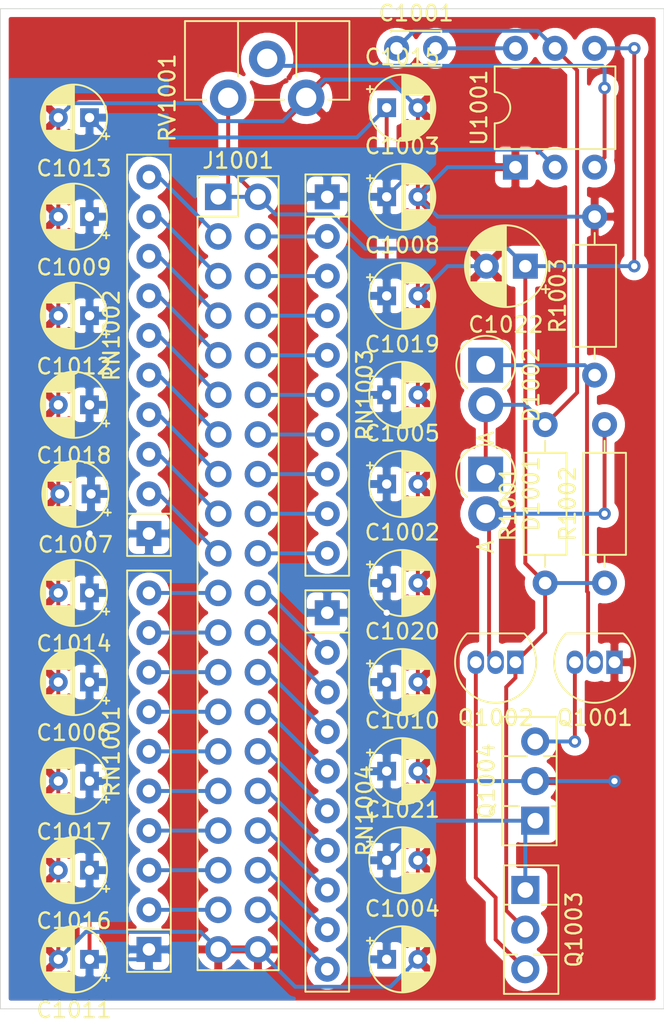
<source format=kicad_pcb>
(kicad_pcb (version 20171130) (host pcbnew "(5.1.10)-1")
  (layers (0 F.Cu signal) (31 B.Cu signal) (34 B.Paste user) (35 F.Paste user) (36 B.SilkS user) (37 F.SilkS user) (38 B.Mask user) (39 F.Mask user) (44 Edge.Cuts user))
  (net 0 "")
  (net 1 "Net-(C1001-Pad1)")
  (net 2 "Net-(C1001-Pad2)")
  (net 3 GND)
  (net 4 "Net-(C1002-Pad1)")
  (net 5 +5P)
  (net 6 "Net-(D1001-Pad2)")
  (net 7 "Net-(D1002-Pad1)")
  (net 8 "Net-(Q1001-Pad3)")
  (net 9 "Net-(Q1002-Pad3)")
  (net 10 "Net-(J1001-Pad21)")
  (net 11 "Net-(J1001-Pad23)")
  (net 12 "Net-(J1001-Pad25)")
  (net 13 "Net-(J1001-Pad27)")
  (net 14 "Net-(J1001-Pad29)")
  (net 15 "Net-(J1001-Pad31)")
  (net 16 "Net-(J1001-Pad33)")
  (net 17 "Net-(J1001-Pad35)")
  (net 18 "Net-(J1001-Pad37)")
  (net 19 "Net-(J1001-Pad19)")
  (net 20 "Net-(J1001-Pad17)")
  (net 21 "Net-(J1001-Pad15)")
  (net 22 "Net-(J1001-Pad13)")
  (net 23 "Net-(J1001-Pad11)")
  (net 24 "Net-(J1001-Pad9)")
  (net 25 "Net-(J1001-Pad7)")
  (net 26 "Net-(J1001-Pad5)")
  (net 27 "Net-(J1001-Pad3)")
  (net 28 "Net-(J1001-Pad4)")
  (net 29 "Net-(J1001-Pad6)")
  (net 30 "Net-(J1001-Pad8)")
  (net 31 "Net-(J1001-Pad10)")
  (net 32 "Net-(J1001-Pad12)")
  (net 33 "Net-(J1001-Pad14)")
  (net 34 "Net-(J1001-Pad16)")
  (net 35 "Net-(J1001-Pad18)")
  (net 36 "Net-(J1001-Pad20)")
  (net 37 "Net-(J1001-Pad38)")
  (net 38 "Net-(J1001-Pad36)")
  (net 39 "Net-(J1001-Pad34)")
  (net 40 "Net-(J1001-Pad32)")
  (net 41 "Net-(J1001-Pad30)")
  (net 42 "Net-(J1001-Pad28)")
  (net 43 "Net-(J1001-Pad26)")
  (net 44 "Net-(J1001-Pad24)")
  (net 45 "Net-(J1001-Pad22)")
  (net 46 "Net-(RV1001-Pad2)")
  (module Connector_PinHeader_2.54mm:PinHeader_2x20_P2.54mm_Vertical (layer F.Cu) (at 85.725 132.715)
    (fp_text reference J1001 (at 1.27 -2.33) (layer F.SilkS))
    (fp_text value Conn_02x20_Odd_Even)
    (pad 40 thru_hole oval (at 2.54 48.26) (size 1.7 1.7) (drill 1) (layers *.Cu *.Mask) (net 3 GND))
    (pad 39 thru_hole oval (at 0 48.26) (size 1.7 1.7) (drill 1) (layers *.Cu *.Mask) (net 3 GND))
    (pad 38 thru_hole oval (at 2.54 45.72) (size 1.7 1.7) (drill 1) (layers *.Cu *.Mask) (net 37 "Net-(J1001-Pad38)"))
    (pad 37 thru_hole oval (at 0 45.72) (size 1.7 1.7) (drill 1) (layers *.Cu *.Mask) (net 18 "Net-(J1001-Pad37)"))
    (pad 36 thru_hole oval (at 2.54 43.18) (size 1.7 1.7) (drill 1) (layers *.Cu *.Mask) (net 38 "Net-(J1001-Pad36)"))
    (pad 35 thru_hole oval (at 0 43.18) (size 1.7 1.7) (drill 1) (layers *.Cu *.Mask) (net 17 "Net-(J1001-Pad35)"))
    (pad 34 thru_hole oval (at 2.54 40.64) (size 1.7 1.7) (drill 1) (layers *.Cu *.Mask) (net 39 "Net-(J1001-Pad34)"))
    (pad 33 thru_hole oval (at 0 40.64) (size 1.7 1.7) (drill 1) (layers *.Cu *.Mask) (net 16 "Net-(J1001-Pad33)"))
    (pad 32 thru_hole oval (at 2.54 38.1) (size 1.7 1.7) (drill 1) (layers *.Cu *.Mask) (net 40 "Net-(J1001-Pad32)"))
    (pad 31 thru_hole oval (at 0 38.1) (size 1.7 1.7) (drill 1) (layers *.Cu *.Mask) (net 15 "Net-(J1001-Pad31)"))
    (pad 30 thru_hole oval (at 2.54 35.56) (size 1.7 1.7) (drill 1) (layers *.Cu *.Mask) (net 41 "Net-(J1001-Pad30)"))
    (pad 29 thru_hole oval (at 0 35.56) (size 1.7 1.7) (drill 1) (layers *.Cu *.Mask) (net 14 "Net-(J1001-Pad29)"))
    (pad 28 thru_hole oval (at 2.54 33.02) (size 1.7 1.7) (drill 1) (layers *.Cu *.Mask) (net 42 "Net-(J1001-Pad28)"))
    (pad 27 thru_hole oval (at 0 33.02) (size 1.7 1.7) (drill 1) (layers *.Cu *.Mask) (net 13 "Net-(J1001-Pad27)"))
    (pad 26 thru_hole oval (at 2.54 30.48) (size 1.7 1.7) (drill 1) (layers *.Cu *.Mask) (net 43 "Net-(J1001-Pad26)"))
    (pad 25 thru_hole oval (at 0 30.48) (size 1.7 1.7) (drill 1) (layers *.Cu *.Mask) (net 12 "Net-(J1001-Pad25)"))
    (pad 24 thru_hole oval (at 2.54 27.94) (size 1.7 1.7) (drill 1) (layers *.Cu *.Mask) (net 44 "Net-(J1001-Pad24)"))
    (pad 23 thru_hole oval (at 0 27.94) (size 1.7 1.7) (drill 1) (layers *.Cu *.Mask) (net 11 "Net-(J1001-Pad23)"))
    (pad 22 thru_hole oval (at 2.54 25.4) (size 1.7 1.7) (drill 1) (layers *.Cu *.Mask) (net 45 "Net-(J1001-Pad22)"))
    (pad 21 thru_hole oval (at 0 25.4) (size 1.7 1.7) (drill 1) (layers *.Cu *.Mask) (net 10 "Net-(J1001-Pad21)"))
    (pad 20 thru_hole oval (at 2.54 22.86) (size 1.7 1.7) (drill 1) (layers *.Cu *.Mask) (net 36 "Net-(J1001-Pad20)"))
    (pad 19 thru_hole oval (at 0 22.86) (size 1.7 1.7) (drill 1) (layers *.Cu *.Mask) (net 19 "Net-(J1001-Pad19)"))
    (pad 18 thru_hole oval (at 2.54 20.32) (size 1.7 1.7) (drill 1) (layers *.Cu *.Mask) (net 35 "Net-(J1001-Pad18)"))
    (pad 17 thru_hole oval (at 0 20.32) (size 1.7 1.7) (drill 1) (layers *.Cu *.Mask) (net 20 "Net-(J1001-Pad17)"))
    (pad 16 thru_hole oval (at 2.54 17.78) (size 1.7 1.7) (drill 1) (layers *.Cu *.Mask) (net 34 "Net-(J1001-Pad16)"))
    (pad 15 thru_hole oval (at 0 17.78) (size 1.7 1.7) (drill 1) (layers *.Cu *.Mask) (net 21 "Net-(J1001-Pad15)"))
    (pad 14 thru_hole oval (at 2.54 15.24) (size 1.7 1.7) (drill 1) (layers *.Cu *.Mask) (net 33 "Net-(J1001-Pad14)"))
    (pad 13 thru_hole oval (at 0 15.24) (size 1.7 1.7) (drill 1) (layers *.Cu *.Mask) (net 22 "Net-(J1001-Pad13)"))
    (pad 12 thru_hole oval (at 2.54 12.7) (size 1.7 1.7) (drill 1) (layers *.Cu *.Mask) (net 32 "Net-(J1001-Pad12)"))
    (pad 11 thru_hole oval (at 0 12.7) (size 1.7 1.7) (drill 1) (layers *.Cu *.Mask) (net 23 "Net-(J1001-Pad11)"))
    (pad 10 thru_hole oval (at 2.54 10.16) (size 1.7 1.7) (drill 1) (layers *.Cu *.Mask) (net 31 "Net-(J1001-Pad10)"))
    (pad 9 thru_hole oval (at 0 10.16) (size 1.7 1.7) (drill 1) (layers *.Cu *.Mask) (net 24 "Net-(J1001-Pad9)"))
    (pad 8 thru_hole oval (at 2.54 7.62) (size 1.7 1.7) (drill 1) (layers *.Cu *.Mask) (net 30 "Net-(J1001-Pad8)"))
    (pad 7 thru_hole oval (at 0 7.62) (size 1.7 1.7) (drill 1) (layers *.Cu *.Mask) (net 25 "Net-(J1001-Pad7)"))
    (pad 6 thru_hole oval (at 2.54 5.08) (size 1.7 1.7) (drill 1) (layers *.Cu *.Mask) (net 29 "Net-(J1001-Pad6)"))
    (pad 5 thru_hole oval (at 0 5.08) (size 1.7 1.7) (drill 1) (layers *.Cu *.Mask) (net 26 "Net-(J1001-Pad5)"))
    (pad 4 thru_hole oval (at 2.54 2.54) (size 1.7 1.7) (drill 1) (layers *.Cu *.Mask) (net 28 "Net-(J1001-Pad4)"))
    (pad 3 thru_hole oval (at 0 2.54) (size 1.7 1.7) (drill 1) (layers *.Cu *.Mask) (net 27 "Net-(J1001-Pad3)"))
    (pad 2 thru_hole oval (at 2.54 0) (size 1.7 1.7) (drill 1) (layers *.Cu *.Mask) (net 5 +5P))
    (pad 1 thru_hole rect (at 0 0) (size 1.7 1.7) (drill 1) (layers *.Cu *.Mask) (net 5 +5P))
  )
  (module Capacitor_THT:C_Disc_D3.0mm_W2.0mm_P2.50mm (layer F.Cu) (at 97.155 123.19)
    (fp_text reference C1001 (at 1.25 -2.25) (layer F.SilkS))
    (fp_text value 10pF)
    (pad 1 thru_hole circle (at 0 0) (size 1.6 1.6) (drill 0.8) (layers *.Cu *.Mask) (net 1 "Net-(C1001-Pad1)"))
    (pad 2 thru_hole circle (at 2.5 0) (size 1.6 1.6) (drill 0.8) (layers *.Cu *.Mask) (net 2 "Net-(C1001-Pad2)"))
  )
  (module Capacitor_THT:CP_Radial_D4.0mm_P2.00mm (layer F.Cu) (at 96.52 157.48)
    (fp_text reference C1002 (at 1 -3.25) (layer F.SilkS))
    (fp_text value 2,2µ/25V)
    (pad 2 thru_hole circle (at 2 0) (size 1.2 1.2) (drill 0.6) (layers *.Cu *.Mask) (net 3 GND))
    (pad 1 thru_hole rect (at 0 0) (size 1.2 1.2) (drill 0.6) (layers *.Cu *.Mask) (net 4 "Net-(C1002-Pad1)"))
  )
  (module Capacitor_THT:CP_Radial_D4.0mm_P2.00mm (layer F.Cu) (at 96.52 132.715)
    (fp_text reference C1003 (at 1 -3.25) (layer F.SilkS))
    (fp_text value 2,2µ/25V)
    (pad 1 thru_hole rect (at 0 0) (size 1.2 1.2) (drill 0.6) (layers *.Cu *.Mask) (net 4 "Net-(C1002-Pad1)"))
    (pad 2 thru_hole circle (at 2 0) (size 1.2 1.2) (drill 0.6) (layers *.Cu *.Mask) (net 3 GND))
  )
  (module Capacitor_THT:CP_Radial_D4.0mm_P2.00mm (layer F.Cu) (at 96.52 181.61)
    (fp_text reference C1004 (at 1 -3.25) (layer F.SilkS))
    (fp_text value 2,2µ/25V)
    (pad 2 thru_hole circle (at 2 0) (size 1.2 1.2) (drill 0.6) (layers *.Cu *.Mask) (net 3 GND))
    (pad 1 thru_hole rect (at 0 0) (size 1.2 1.2) (drill 0.6) (layers *.Cu *.Mask) (net 4 "Net-(C1002-Pad1)"))
  )
  (module Capacitor_THT:CP_Radial_D4.0mm_P2.00mm (layer F.Cu) (at 96.52 151.13)
    (fp_text reference C1005 (at 1 -3.25) (layer F.SilkS))
    (fp_text value 2,2µ/25V)
    (pad 1 thru_hole rect (at 0 0) (size 1.2 1.2) (drill 0.6) (layers *.Cu *.Mask) (net 4 "Net-(C1002-Pad1)"))
    (pad 2 thru_hole circle (at 2 0) (size 1.2 1.2) (drill 0.6) (layers *.Cu *.Mask) (net 3 GND))
  )
  (module Capacitor_THT:CP_Radial_D4.0mm_P2.00mm (layer F.Cu) (at 77.47 163.83 180)
    (fp_text reference C1006 (at 1 -3.25) (layer F.SilkS))
    (fp_text value 2,2µ/25V)
    (pad 2 thru_hole circle (at 2 0 180) (size 1.2 1.2) (drill 0.6) (layers *.Cu *.Mask) (net 3 GND))
    (pad 1 thru_hole rect (at 0 0 180) (size 1.2 1.2) (drill 0.6) (layers *.Cu *.Mask) (net 4 "Net-(C1002-Pad1)"))
  )
  (module Capacitor_THT:CP_Radial_D4.0mm_P2.00mm (layer F.Cu) (at 77.565 151.765 180)
    (fp_text reference C1007 (at 1 -3.25) (layer F.SilkS))
    (fp_text value 2,2µ/25V)
    (pad 1 thru_hole rect (at 0 0 180) (size 1.2 1.2) (drill 0.6) (layers *.Cu *.Mask) (net 4 "Net-(C1002-Pad1)"))
    (pad 2 thru_hole circle (at 2 0 180) (size 1.2 1.2) (drill 0.6) (layers *.Cu *.Mask) (net 3 GND))
  )
  (module Capacitor_THT:CP_Radial_D4.0mm_P2.00mm (layer F.Cu) (at 96.52 139.065)
    (fp_text reference C1008 (at 1 -3.25) (layer F.SilkS))
    (fp_text value 2,2µ/25V)
    (pad 2 thru_hole circle (at 2 0) (size 1.2 1.2) (drill 0.6) (layers *.Cu *.Mask) (net 3 GND))
    (pad 1 thru_hole rect (at 0 0) (size 1.2 1.2) (drill 0.6) (layers *.Cu *.Mask) (net 4 "Net-(C1002-Pad1)"))
  )
  (module Capacitor_THT:CP_Radial_D4.0mm_P2.00mm (layer F.Cu) (at 77.47 133.985 180)
    (fp_text reference C1009 (at 1 -3.25) (layer F.SilkS))
    (fp_text value 2,2µ/25V)
    (pad 1 thru_hole rect (at 0 0 180) (size 1.2 1.2) (drill 0.6) (layers *.Cu *.Mask) (net 4 "Net-(C1002-Pad1)"))
    (pad 2 thru_hole circle (at 2 0 180) (size 1.2 1.2) (drill 0.6) (layers *.Cu *.Mask) (net 3 GND))
  )
  (module Capacitor_THT:CP_Radial_D4.0mm_P2.00mm (layer F.Cu) (at 96.52 169.545)
    (fp_text reference C1010 (at 1 -3.25) (layer F.SilkS))
    (fp_text value 2,2µ/25V)
    (pad 2 thru_hole circle (at 2 0) (size 1.2 1.2) (drill 0.6) (layers *.Cu *.Mask) (net 3 GND))
    (pad 1 thru_hole rect (at 0 0) (size 1.2 1.2) (drill 0.6) (layers *.Cu *.Mask) (net 4 "Net-(C1002-Pad1)"))
  )
  (module Capacitor_THT:CP_Radial_D4.0mm_P2.00mm (layer F.Cu) (at 77.47 181.61 180)
    (fp_text reference C1011 (at 1 -3.25) (layer F.SilkS))
    (fp_text value 2,2µ/25V)
    (pad 1 thru_hole rect (at 0 0 180) (size 1.2 1.2) (drill 0.6) (layers *.Cu *.Mask) (net 4 "Net-(C1002-Pad1)"))
    (pad 2 thru_hole circle (at 2 0 180) (size 1.2 1.2) (drill 0.6) (layers *.Cu *.Mask) (net 3 GND))
  )
  (module Capacitor_THT:CP_Radial_D4.0mm_P2.00mm (layer F.Cu) (at 77.47 140.335 180)
    (fp_text reference C1012 (at 1 -3.25) (layer F.SilkS))
    (fp_text value 2,2µ/25V)
    (pad 2 thru_hole circle (at 2 0 180) (size 1.2 1.2) (drill 0.6) (layers *.Cu *.Mask) (net 3 GND))
    (pad 1 thru_hole rect (at 0 0 180) (size 1.2 1.2) (drill 0.6) (layers *.Cu *.Mask) (net 4 "Net-(C1002-Pad1)"))
  )
  (module Capacitor_THT:CP_Radial_D4.0mm_P2.00mm (layer F.Cu) (at 77.47 127.635 180)
    (fp_text reference C1013 (at 1 -3.25) (layer F.SilkS))
    (fp_text value 2,2µ/25V)
    (pad 1 thru_hole rect (at 0 0 180) (size 1.2 1.2) (drill 0.6) (layers *.Cu *.Mask) (net 4 "Net-(C1002-Pad1)"))
    (pad 2 thru_hole circle (at 2 0 180) (size 1.2 1.2) (drill 0.6) (layers *.Cu *.Mask) (net 3 GND))
  )
  (module Capacitor_THT:CP_Radial_D4.0mm_P2.00mm (layer F.Cu) (at 77.47 158.115 180)
    (fp_text reference C1014 (at 1 -3.25) (layer F.SilkS))
    (fp_text value 2,2µ/25V)
    (pad 2 thru_hole circle (at 2 0 180) (size 1.2 1.2) (drill 0.6) (layers *.Cu *.Mask) (net 3 GND))
    (pad 1 thru_hole rect (at 0 0 180) (size 1.2 1.2) (drill 0.6) (layers *.Cu *.Mask) (net 4 "Net-(C1002-Pad1)"))
  )
  (module Capacitor_THT:CP_Radial_D4.0mm_P2.00mm (layer F.Cu) (at 96.52 127)
    (fp_text reference C1015 (at 1 -3.25) (layer F.SilkS))
    (fp_text value 2,2µ/25V)
    (pad 1 thru_hole rect (at 0 0) (size 1.2 1.2) (drill 0.6) (layers *.Cu *.Mask) (net 4 "Net-(C1002-Pad1)"))
    (pad 2 thru_hole circle (at 2 0) (size 1.2 1.2) (drill 0.6) (layers *.Cu *.Mask) (net 3 GND))
  )
  (module Capacitor_THT:CP_Radial_D4.0mm_P2.00mm (layer F.Cu) (at 77.47 175.895 180)
    (fp_text reference C1016 (at 1 -3.25) (layer F.SilkS))
    (fp_text value 2,2µ/25V)
    (pad 2 thru_hole circle (at 2 0 180) (size 1.2 1.2) (drill 0.6) (layers *.Cu *.Mask) (net 3 GND))
    (pad 1 thru_hole rect (at 0 0 180) (size 1.2 1.2) (drill 0.6) (layers *.Cu *.Mask) (net 4 "Net-(C1002-Pad1)"))
  )
  (module Capacitor_THT:CP_Radial_D4.0mm_P2.00mm (layer F.Cu) (at 77.47 170.18 180)
    (fp_text reference C1017 (at 1 -3.25) (layer F.SilkS))
    (fp_text value 2,2µ/25V)
    (pad 1 thru_hole rect (at 0 0 180) (size 1.2 1.2) (drill 0.6) (layers *.Cu *.Mask) (net 4 "Net-(C1002-Pad1)"))
    (pad 2 thru_hole circle (at 2 0 180) (size 1.2 1.2) (drill 0.6) (layers *.Cu *.Mask) (net 3 GND))
  )
  (module Capacitor_THT:CP_Radial_D4.0mm_P2.00mm (layer F.Cu) (at 77.47 146.05 180)
    (fp_text reference C1018 (at 1 -3.25) (layer F.SilkS))
    (fp_text value 2,2µ/25V)
    (pad 2 thru_hole circle (at 2 0 180) (size 1.2 1.2) (drill 0.6) (layers *.Cu *.Mask) (net 3 GND))
    (pad 1 thru_hole rect (at 0 0 180) (size 1.2 1.2) (drill 0.6) (layers *.Cu *.Mask) (net 4 "Net-(C1002-Pad1)"))
  )
  (module Capacitor_THT:CP_Radial_D4.0mm_P2.00mm (layer F.Cu) (at 96.52 145.415)
    (fp_text reference C1019 (at 1 -3.25) (layer F.SilkS))
    (fp_text value 2,2µ/25V)
    (pad 1 thru_hole rect (at 0 0) (size 1.2 1.2) (drill 0.6) (layers *.Cu *.Mask) (net 4 "Net-(C1002-Pad1)"))
    (pad 2 thru_hole circle (at 2 0) (size 1.2 1.2) (drill 0.6) (layers *.Cu *.Mask) (net 3 GND))
  )
  (module Capacitor_THT:CP_Radial_D4.0mm_P2.00mm (layer F.Cu) (at 96.52 163.83)
    (fp_text reference C1020 (at 1 -3.25) (layer F.SilkS))
    (fp_text value 2,2µ/25V)
    (pad 2 thru_hole circle (at 2 0) (size 1.2 1.2) (drill 0.6) (layers *.Cu *.Mask) (net 3 GND))
    (pad 1 thru_hole rect (at 0 0) (size 1.2 1.2) (drill 0.6) (layers *.Cu *.Mask) (net 4 "Net-(C1002-Pad1)"))
  )
  (module Capacitor_THT:CP_Radial_D4.0mm_P2.00mm (layer F.Cu) (at 96.52 175.26)
    (fp_text reference C1021 (at 1 -3.25) (layer F.SilkS))
    (fp_text value 2,2µ/25V)
    (pad 1 thru_hole rect (at 0 0) (size 1.2 1.2) (drill 0.6) (layers *.Cu *.Mask) (net 4 "Net-(C1002-Pad1)"))
    (pad 2 thru_hole circle (at 2 0) (size 1.2 1.2) (drill 0.6) (layers *.Cu *.Mask) (net 3 GND))
  )
  (module Capacitor_THT:CP_Radial_D5.0mm_P2.50mm (layer F.Cu) (at 105.41 137.16 180)
    (fp_text reference C1022 (at 1.25 -3.75) (layer F.SilkS))
    (fp_text value 100µ/16V)
    (pad 1 thru_hole rect (at 0 0 180) (size 1.6 1.6) (drill 0.8) (layers *.Cu *.Mask) (net 5 +5P))
    (pad 2 thru_hole circle (at 2.5 0 180) (size 1.6 1.6) (drill 0.8) (layers *.Cu *.Mask) (net 3 GND))
  )
  (module Diode_THT:D_DO-15_P2.54mm_Vertical_AnodeUp (layer F.Cu) (at 102.87 150.495 270)
    (fp_text reference D1001 (at 1.27 -2.92 90) (layer F.SilkS))
    (fp_text value SAY12)
    (fp_text user A (at 4.66 0 90) (layer F.SilkS))
    (pad 2 thru_hole oval (at 2.54 0 270) (size 2.24 2.24) (drill 1.2) (layers *.Cu *.Mask) (net 6 "Net-(D1001-Pad2)"))
    (pad 1 thru_hole rect (at 0 0 270) (size 2.24 2.24) (drill 1.2) (layers *.Cu *.Mask) (net 1 "Net-(C1001-Pad1)"))
  )
  (module Diode_THT:D_DO-15_P2.54mm_Vertical_AnodeUp (layer F.Cu) (at 102.87 143.51 270)
    (fp_text reference D1002 (at 1.27 -2.92 90) (layer F.SilkS))
    (fp_text value SAY12)
    (fp_text user A (at 4.66 0 90) (layer F.SilkS))
    (pad 1 thru_hole rect (at 0 0 270) (size 2.24 2.24) (drill 1.2) (layers *.Cu *.Mask) (net 7 "Net-(D1002-Pad1)"))
    (pad 2 thru_hole oval (at 2.54 0 270) (size 2.24 2.24) (drill 1.2) (layers *.Cu *.Mask) (net 1 "Net-(C1001-Pad1)"))
  )
  (module Package_TO_SOT_THT:TO-92_Inline (layer F.Cu) (at 111.125 162.56 180)
    (fp_text reference Q1001 (at 1.27 -3.56) (layer F.SilkS))
    (fp_text value BC327)
    (pad 1 thru_hole rect (at 0 0 180) (size 1.05 1.5) (drill 0.75) (layers *.Cu *.Mask) (net 3 GND))
    (pad 3 thru_hole oval (at 2.54 0 180) (size 1.05 1.5) (drill 0.75) (layers *.Cu *.Mask) (net 8 "Net-(Q1001-Pad3)"))
    (pad 2 thru_hole oval (at 1.27 0 180) (size 1.05 1.5) (drill 0.75) (layers *.Cu *.Mask) (net 7 "Net-(D1002-Pad1)"))
  )
  (module Package_TO_SOT_THT:TO-92_Inline (layer F.Cu) (at 104.775 162.56 180)
    (fp_text reference Q1002 (at 1.27 -3.56) (layer F.SilkS))
    (fp_text value BC547)
    (pad 2 thru_hole oval (at 1.27 0 180) (size 1.05 1.5) (drill 0.75) (layers *.Cu *.Mask) (net 6 "Net-(D1001-Pad2)"))
    (pad 3 thru_hole oval (at 2.54 0 180) (size 1.05 1.5) (drill 0.75) (layers *.Cu *.Mask) (net 9 "Net-(Q1002-Pad3)"))
    (pad 1 thru_hole rect (at 0 0 180) (size 1.05 1.5) (drill 0.75) (layers *.Cu *.Mask) (net 5 +5P))
  )
  (module Package_TO_SOT_THT:TO-126-3_Vertical (layer F.Cu) (at 105.41 177.165 270)
    (fp_text reference Q1003 (at 2.54 -3.12 90) (layer F.SilkS))
    (fp_text value BD137)
    (pad 3 thru_hole oval (at 5.08 0 270) (size 1.8 1.8) (drill 1) (layers *.Cu *.Mask) (net 9 "Net-(Q1002-Pad3)"))
    (pad 2 thru_hole oval (at 2.54 0 270) (size 1.8 1.8) (drill 1) (layers *.Cu *.Mask) (net 5 +5P))
    (pad 1 thru_hole rect (at 0 0 270) (size 1.8 1.8) (drill 1) (layers *.Cu *.Mask) (net 4 "Net-(C1002-Pad1)"))
  )
  (module Package_TO_SOT_THT:TO-126-3_Vertical (layer F.Cu) (at 106.045 172.72 90)
    (fp_text reference Q1004 (at 2.54 -3.12 90) (layer F.SilkS))
    (fp_text value BD138)
    (pad 1 thru_hole rect (at 0 0 90) (size 1.8 1.8) (drill 1) (layers *.Cu *.Mask) (net 4 "Net-(C1002-Pad1)"))
    (pad 2 thru_hole oval (at 2.54 0 90) (size 1.8 1.8) (drill 1) (layers *.Cu *.Mask) (net 3 GND))
    (pad 3 thru_hole oval (at 5.08 0 90) (size 1.8 1.8) (drill 1) (layers *.Cu *.Mask) (net 8 "Net-(Q1001-Pad3)"))
  )
  (module Resistor_THT:R_Axial_DIN0207_L6.3mm_D2.5mm_P10.16mm_Horizontal (layer F.Cu) (at 106.68 157.48 90)
    (fp_text reference R1001 (at 5.08 -2.37 90) (layer F.SilkS))
    (fp_text value 2K2)
    (pad 1 thru_hole circle (at 0 0 90) (size 1.6 1.6) (drill 0.8) (layers *.Cu *.Mask) (net 5 +5P))
    (pad 2 thru_hole oval (at 10.16 0 90) (size 1.6 1.6) (drill 0.8) (layers *.Cu *.Mask) (net 1 "Net-(C1001-Pad1)"))
  )
  (module Resistor_THT:R_Axial_DIN0207_L6.3mm_D2.5mm_P10.16mm_Horizontal (layer F.Cu) (at 110.49 157.48 90)
    (fp_text reference R1002 (at 5.08 -2.37 90) (layer F.SilkS))
    (fp_text value 10K)
    (pad 1 thru_hole circle (at 0 0 90) (size 1.6 1.6) (drill 0.8) (layers *.Cu *.Mask) (net 5 +5P))
    (pad 2 thru_hole oval (at 10.16 0 90) (size 1.6 1.6) (drill 0.8) (layers *.Cu *.Mask) (net 6 "Net-(D1001-Pad2)"))
  )
  (module Resistor_THT:R_Axial_DIN0207_L6.3mm_D2.5mm_P10.16mm_Horizontal (layer F.Cu) (at 109.855 144.145 90)
    (fp_text reference R1003 (at 5.08 -2.37 90) (layer F.SilkS))
    (fp_text value 10K)
    (pad 2 thru_hole oval (at 10.16 0 90) (size 1.6 1.6) (drill 0.8) (layers *.Cu *.Mask) (net 3 GND))
    (pad 1 thru_hole circle (at 0 0 90) (size 1.6 1.6) (drill 0.8) (layers *.Cu *.Mask) (net 7 "Net-(D1002-Pad1)"))
  )
  (module Resistor_THT:R_Array_SIP10 (layer F.Cu) (at 81.28 180.975 90)
    (fp_text reference RN1001 (at 12.7 -2.4 90) (layer F.SilkS))
    (fp_text value 270)
    (pad 10 thru_hole oval (at 22.86 0 90) (size 1.6 1.6) (drill 0.8) (layers *.Cu *.Mask) (net 10 "Net-(J1001-Pad21)"))
    (pad 9 thru_hole oval (at 20.32 0 90) (size 1.6 1.6) (drill 0.8) (layers *.Cu *.Mask) (net 11 "Net-(J1001-Pad23)"))
    (pad 8 thru_hole oval (at 17.78 0 90) (size 1.6 1.6) (drill 0.8) (layers *.Cu *.Mask) (net 12 "Net-(J1001-Pad25)"))
    (pad 7 thru_hole oval (at 15.24 0 90) (size 1.6 1.6) (drill 0.8) (layers *.Cu *.Mask) (net 13 "Net-(J1001-Pad27)"))
    (pad 6 thru_hole oval (at 12.7 0 90) (size 1.6 1.6) (drill 0.8) (layers *.Cu *.Mask) (net 14 "Net-(J1001-Pad29)"))
    (pad 5 thru_hole oval (at 10.16 0 90) (size 1.6 1.6) (drill 0.8) (layers *.Cu *.Mask) (net 15 "Net-(J1001-Pad31)"))
    (pad 4 thru_hole oval (at 7.62 0 90) (size 1.6 1.6) (drill 0.8) (layers *.Cu *.Mask) (net 16 "Net-(J1001-Pad33)"))
    (pad 3 thru_hole oval (at 5.08 0 90) (size 1.6 1.6) (drill 0.8) (layers *.Cu *.Mask) (net 17 "Net-(J1001-Pad35)"))
    (pad 2 thru_hole oval (at 2.54 0 90) (size 1.6 1.6) (drill 0.8) (layers *.Cu *.Mask) (net 18 "Net-(J1001-Pad37)"))
    (pad 1 thru_hole rect (at 0 0 90) (size 1.6 1.6) (drill 0.8) (layers *.Cu *.Mask) (net 4 "Net-(C1002-Pad1)"))
  )
  (module Resistor_THT:R_Array_SIP10 (layer F.Cu) (at 81.28 154.305 90)
    (fp_text reference RN1002 (at 12.7 -2.4 90) (layer F.SilkS))
    (fp_text value 270)
    (pad 1 thru_hole rect (at 0 0 90) (size 1.6 1.6) (drill 0.8) (layers *.Cu *.Mask) (net 4 "Net-(C1002-Pad1)"))
    (pad 2 thru_hole oval (at 2.54 0 90) (size 1.6 1.6) (drill 0.8) (layers *.Cu *.Mask) (net 19 "Net-(J1001-Pad19)"))
    (pad 3 thru_hole oval (at 5.08 0 90) (size 1.6 1.6) (drill 0.8) (layers *.Cu *.Mask) (net 20 "Net-(J1001-Pad17)"))
    (pad 4 thru_hole oval (at 7.62 0 90) (size 1.6 1.6) (drill 0.8) (layers *.Cu *.Mask) (net 21 "Net-(J1001-Pad15)"))
    (pad 5 thru_hole oval (at 10.16 0 90) (size 1.6 1.6) (drill 0.8) (layers *.Cu *.Mask) (net 22 "Net-(J1001-Pad13)"))
    (pad 6 thru_hole oval (at 12.7 0 90) (size 1.6 1.6) (drill 0.8) (layers *.Cu *.Mask) (net 23 "Net-(J1001-Pad11)"))
    (pad 7 thru_hole oval (at 15.24 0 90) (size 1.6 1.6) (drill 0.8) (layers *.Cu *.Mask) (net 24 "Net-(J1001-Pad9)"))
    (pad 8 thru_hole oval (at 17.78 0 90) (size 1.6 1.6) (drill 0.8) (layers *.Cu *.Mask) (net 25 "Net-(J1001-Pad7)"))
    (pad 9 thru_hole oval (at 20.32 0 90) (size 1.6 1.6) (drill 0.8) (layers *.Cu *.Mask) (net 26 "Net-(J1001-Pad5)"))
    (pad 10 thru_hole oval (at 22.86 0 90) (size 1.6 1.6) (drill 0.8) (layers *.Cu *.Mask) (net 27 "Net-(J1001-Pad3)"))
  )
  (module Resistor_THT:R_Array_SIP10 (layer F.Cu) (at 92.71 132.715 270)
    (fp_text reference RN1003 (at 12.7 -2.4 90) (layer F.SilkS))
    (fp_text value 270)
    (pad 1 thru_hole rect (at 0 0 270) (size 1.6 1.6) (drill 0.8) (layers *.Cu *.Mask) (net 4 "Net-(C1002-Pad1)"))
    (pad 2 thru_hole oval (at 2.54 0 270) (size 1.6 1.6) (drill 0.8) (layers *.Cu *.Mask) (net 28 "Net-(J1001-Pad4)"))
    (pad 3 thru_hole oval (at 5.08 0 270) (size 1.6 1.6) (drill 0.8) (layers *.Cu *.Mask) (net 29 "Net-(J1001-Pad6)"))
    (pad 4 thru_hole oval (at 7.62 0 270) (size 1.6 1.6) (drill 0.8) (layers *.Cu *.Mask) (net 30 "Net-(J1001-Pad8)"))
    (pad 5 thru_hole oval (at 10.16 0 270) (size 1.6 1.6) (drill 0.8) (layers *.Cu *.Mask) (net 31 "Net-(J1001-Pad10)"))
    (pad 6 thru_hole oval (at 12.7 0 270) (size 1.6 1.6) (drill 0.8) (layers *.Cu *.Mask) (net 32 "Net-(J1001-Pad12)"))
    (pad 7 thru_hole oval (at 15.24 0 270) (size 1.6 1.6) (drill 0.8) (layers *.Cu *.Mask) (net 33 "Net-(J1001-Pad14)"))
    (pad 8 thru_hole oval (at 17.78 0 270) (size 1.6 1.6) (drill 0.8) (layers *.Cu *.Mask) (net 34 "Net-(J1001-Pad16)"))
    (pad 9 thru_hole oval (at 20.32 0 270) (size 1.6 1.6) (drill 0.8) (layers *.Cu *.Mask) (net 35 "Net-(J1001-Pad18)"))
    (pad 10 thru_hole oval (at 22.86 0 270) (size 1.6 1.6) (drill 0.8) (layers *.Cu *.Mask) (net 36 "Net-(J1001-Pad20)"))
  )
  (module Resistor_THT:R_Array_SIP10 (layer F.Cu) (at 92.71 159.385 270)
    (fp_text reference RN1004 (at 12.7 -2.4 90) (layer F.SilkS))
    (fp_text value 270)
    (pad 10 thru_hole oval (at 22.86 0 270) (size 1.6 1.6) (drill 0.8) (layers *.Cu *.Mask) (net 37 "Net-(J1001-Pad38)"))
    (pad 9 thru_hole oval (at 20.32 0 270) (size 1.6 1.6) (drill 0.8) (layers *.Cu *.Mask) (net 38 "Net-(J1001-Pad36)"))
    (pad 8 thru_hole oval (at 17.78 0 270) (size 1.6 1.6) (drill 0.8) (layers *.Cu *.Mask) (net 39 "Net-(J1001-Pad34)"))
    (pad 7 thru_hole oval (at 15.24 0 270) (size 1.6 1.6) (drill 0.8) (layers *.Cu *.Mask) (net 40 "Net-(J1001-Pad32)"))
    (pad 6 thru_hole oval (at 12.7 0 270) (size 1.6 1.6) (drill 0.8) (layers *.Cu *.Mask) (net 41 "Net-(J1001-Pad30)"))
    (pad 5 thru_hole oval (at 10.16 0 270) (size 1.6 1.6) (drill 0.8) (layers *.Cu *.Mask) (net 42 "Net-(J1001-Pad28)"))
    (pad 4 thru_hole oval (at 7.62 0 270) (size 1.6 1.6) (drill 0.8) (layers *.Cu *.Mask) (net 43 "Net-(J1001-Pad26)"))
    (pad 3 thru_hole oval (at 5.08 0 270) (size 1.6 1.6) (drill 0.8) (layers *.Cu *.Mask) (net 44 "Net-(J1001-Pad24)"))
    (pad 2 thru_hole oval (at 2.54 0 270) (size 1.6 1.6) (drill 0.8) (layers *.Cu *.Mask) (net 45 "Net-(J1001-Pad22)"))
    (pad 1 thru_hole rect (at 0 0 270) (size 1.6 1.6) (drill 0.8) (layers *.Cu *.Mask) (net 4 "Net-(C1002-Pad1)"))
  )
  (module Potentiometer_THT:Potentiometer_Piher_PT-10-H01_Horizontal (layer F.Cu) (at 86.36 126.365 90)
    (fp_text reference RV1001 (at 0 -3.9 90) (layer F.SilkS))
    (fp_text value 1K)
    (pad 3 thru_hole circle (at 0 5 90) (size 2.34 2.34) (drill 1.3) (layers *.Cu *.Mask) (net 3 GND))
    (pad 2 thru_hole circle (at 2.5 2.5 90) (size 2.34 2.34) (drill 1.3) (layers *.Cu *.Mask) (net 46 "Net-(RV1001-Pad2)"))
    (pad 1 thru_hole circle (at 0 0 90) (size 2.34 2.34) (drill 1.3) (layers *.Cu *.Mask) (net 5 +5P))
  )
  (module Package_DIP:DIP-6_W7.62mm (layer F.Cu) (at 104.775 130.81 90)
    (fp_text reference U1001 (at 3.81 -2.33 90) (layer F.SilkS))
    (fp_text value B761D)
    (pad 1 thru_hole rect (at 0 0 90) (size 1.6 1.6) (drill 0.8) (layers *.Cu *.Mask) (net 3 GND))
    (pad 4 thru_hole oval (at 7.62 5.08 90) (size 1.6 1.6) (drill 0.8) (layers *.Cu *.Mask) (net 5 +5P))
    (pad 2 thru_hole oval (at 0 2.54 90) (size 1.6 1.6) (drill 0.8) (layers *.Cu *.Mask) (net 4 "Net-(C1002-Pad1)"))
    (pad 5 thru_hole oval (at 7.62 2.54 90) (size 1.6 1.6) (drill 0.8) (layers *.Cu *.Mask) (net 1 "Net-(C1001-Pad1)"))
    (pad 3 thru_hole oval (at 0 5.08 90) (size 1.6 1.6) (drill 0.8) (layers *.Cu *.Mask) (net 46 "Net-(RV1001-Pad2)"))
    (pad 6 thru_hole oval (at 7.62 0 90) (size 1.6 1.6) (drill 0.8) (layers *.Cu *.Mask) (net 2 "Net-(C1001-Pad2)"))
  )
  (gr_line (start 71.755 120.65) (end 71.755 184.785) (layer Edge.Cuts) (width 0.05))
  (gr_line (start 73.025 120.65) (end 71.755 120.65) (layer Edge.Cuts) (width 0.05))
  (gr_line (start 114.3 120.65) (end 73.025 120.65) (layer Edge.Cuts) (width 0.05))
  (gr_line (start 114.3 184.785) (end 114.3 120.65) (layer Edge.Cuts) (width 0.05))
  (gr_line (start 71.755 184.785) (end 114.3 184.785) (layer Edge.Cuts) (width 0.05))
  (segment (start 98.280001 122.064999) (end 97.155 123.19) (width 0.25) (layer B.Cu) (net 1))
  (segment (start 106.189999 122.064999) (end 98.280001 122.064999) (width 0.25) (layer B.Cu) (net 1))
  (segment (start 107.315 123.19) (end 106.189999 122.064999) (width 0.25) (layer B.Cu) (net 1))
  (segment (start 105.41 146.05) (end 106.68 147.32) (width 0.25) (layer B.Cu) (net 1))
  (segment (start 102.87 146.05) (end 105.41 146.05) (width 0.25) (layer B.Cu) (net 1))
  (segment (start 108.729999 145.270001) (end 106.68 147.32) (width 0.25) (layer F.Cu) (net 1))
  (segment (start 108.729999 124.604999) (end 108.729999 145.270001) (width 0.25) (layer F.Cu) (net 1))
  (segment (start 107.315 123.19) (end 108.729999 124.604999) (width 0.25) (layer F.Cu) (net 1))
  (segment (start 102.87 146.05) (end 102.87 150.495) (width 0.25) (layer F.Cu) (net 1))
  (segment (start 99.655 123.19) (end 104.775 123.19) (width 0.25) (layer B.Cu) (net 2))
  (segment (start 75.47 127.635) (end 75.47 158.115) (width 0.25) (layer F.Cu) (net 3))
  (segment (start 75.47 158.115) (end 75.47 181.61) (width 0.25) (layer F.Cu) (net 3))
  (segment (start 98.52 164.044998) (end 98.52 157.48) (width 0.25) (layer F.Cu) (net 3))
  (segment (start 98.52 181.61) (end 98.52 164.044998) (width 0.25) (layer F.Cu) (net 3))
  (segment (start 98.52 157.48) (end 98.52 127) (width 0.25) (layer F.Cu) (net 3))
  (segment (start 89.864999 127.860001) (end 91.36 126.365) (width 0.25) (layer B.Cu) (net 3))
  (segment (start 85.642399 127.860001) (end 89.864999 127.860001) (width 0.25) (layer B.Cu) (net 3))
  (segment (start 84.492397 126.709999) (end 85.642399 127.860001) (width 0.25) (layer B.Cu) (net 3))
  (segment (start 76.395001 126.709999) (end 84.492397 126.709999) (width 0.25) (layer B.Cu) (net 3))
  (segment (start 75.47 127.635) (end 76.395001 126.709999) (width 0.25) (layer B.Cu) (net 3))
  (segment (start 96.715001 125.195001) (end 98.52 127) (width 0.25) (layer B.Cu) (net 3))
  (segment (start 92.529999 125.195001) (end 96.715001 125.195001) (width 0.25) (layer B.Cu) (net 3))
  (segment (start 91.36 126.365) (end 92.529999 125.195001) (width 0.25) (layer B.Cu) (net 3))
  (segment (start 99.79 133.985) (end 98.52 132.715) (width 0.25) (layer B.Cu) (net 3))
  (segment (start 109.855 133.985) (end 99.79 133.985) (width 0.25) (layer B.Cu) (net 3))
  (segment (start 100.425 137.16) (end 98.52 139.065) (width 0.25) (layer B.Cu) (net 3))
  (segment (start 102.91 137.16) (end 100.425 137.16) (width 0.25) (layer B.Cu) (net 3))
  (segment (start 100.425 130.81) (end 98.52 132.715) (width 0.25) (layer B.Cu) (net 3))
  (segment (start 104.775 130.81) (end 100.425 130.81) (width 0.25) (layer B.Cu) (net 3))
  (segment (start 111.125 162.56) (end 111.125 170.18) (width 0.25) (layer F.Cu) (net 3))
  (segment (start 111.125 170.18) (end 111.125 170.18) (width 0.25) (layer F.Cu) (net 3))
  (via (at 111.125 170.18) (size 0.8) (drill 0.4) (layers F.Cu B.Cu) (net 3))
  (segment (start 111.125 170.18) (end 106.045 170.18) (width 0.25) (layer B.Cu) (net 3))
  (segment (start 99.155 170.18) (end 98.52 169.545) (width 0.25) (layer B.Cu) (net 3))
  (segment (start 106.045 170.18) (end 99.155 170.18) (width 0.25) (layer B.Cu) (net 3))
  (segment (start 88.265 180.975) (end 85.725 180.975) (width 0.25) (layer B.Cu) (net 3))
  (segment (start 77.230001 179.849999) (end 75.47 181.61) (width 0.25) (layer B.Cu) (net 3))
  (segment (start 84.599999 179.849999) (end 77.230001 179.849999) (width 0.25) (layer B.Cu) (net 3))
  (segment (start 85.725 180.975) (end 84.599999 179.849999) (width 0.25) (layer B.Cu) (net 3))
  (segment (start 96.759999 183.370001) (end 98.52 181.61) (width 0.25) (layer B.Cu) (net 3))
  (segment (start 90.660001 183.370001) (end 96.759999 183.370001) (width 0.25) (layer B.Cu) (net 3))
  (segment (start 88.265 180.975) (end 90.660001 183.370001) (width 0.25) (layer B.Cu) (net 3))
  (segment (start 105.41 173.355) (end 106.045 172.72) (width 0.25) (layer B.Cu) (net 4))
  (segment (start 105.41 177.165) (end 105.41 173.355) (width 0.25) (layer B.Cu) (net 4))
  (segment (start 77.47 181.61) (end 77.47 127.635) (width 0.25) (layer F.Cu) (net 4))
  (segment (start 96.52 127) (end 96.52 181.61) (width 0.25) (layer F.Cu) (net 4))
  (segment (start 81.28 154.305) (end 77.47 154.305) (width 0.25) (layer B.Cu) (net 4))
  (segment (start 92.71 159.385) (end 96.52 159.385) (width 0.25) (layer B.Cu) (net 4))
  (segment (start 96.52 159.385) (end 97.155 159.385) (width 0.25) (layer B.Cu) (net 4))
  (segment (start 96.52 159.385) (end 96.52 159.385) (width 0.25) (layer B.Cu) (net 4))
  (via (at 96.52 159.385) (size 0.8) (drill 0.4) (layers F.Cu B.Cu) (net 4))
  (segment (start 77.47 154.305) (end 77.47 154.305) (width 0.25) (layer B.Cu) (net 4))
  (via (at 77.47 154.305) (size 0.8) (drill 0.4) (layers F.Cu B.Cu) (net 4))
  (segment (start 92.71 132.715) (end 96.52 132.715) (width 0.25) (layer B.Cu) (net 4))
  (segment (start 96.52 127) (end 94.615 128.905) (width 0.25) (layer B.Cu) (net 4))
  (segment (start 78.74 128.905) (end 77.47 127.635) (width 0.25) (layer B.Cu) (net 4))
  (segment (start 94.615 128.905) (end 78.74 128.905) (width 0.25) (layer B.Cu) (net 4))
  (segment (start 99.550001 129.684999) (end 96.52 132.715) (width 0.25) (layer B.Cu) (net 4))
  (segment (start 106.189999 129.684999) (end 99.550001 129.684999) (width 0.25) (layer B.Cu) (net 4))
  (segment (start 107.315 130.81) (end 106.189999 129.684999) (width 0.25) (layer B.Cu) (net 4))
  (segment (start 99.06 172.72) (end 96.52 175.26) (width 0.25) (layer B.Cu) (net 4))
  (segment (start 106.045 172.72) (end 99.06 172.72) (width 0.25) (layer B.Cu) (net 4))
  (segment (start 80.645 181.61) (end 81.28 180.975) (width 0.25) (layer B.Cu) (net 4))
  (segment (start 77.47 181.61) (end 80.645 181.61) (width 0.25) (layer B.Cu) (net 4))
  (segment (start 85.725 132.715) (end 88.265 132.715) (width 0.25) (layer B.Cu) (net 5))
  (segment (start 89.390001 133.840001) (end 88.265 132.715) (width 0.25) (layer B.Cu) (net 5))
  (segment (start 92.960003 133.840001) (end 89.390001 133.840001) (width 0.25) (layer B.Cu) (net 5))
  (segment (start 95.155001 136.034999) (end 92.960003 133.840001) (width 0.25) (layer B.Cu) (net 5))
  (segment (start 104.284999 136.034999) (end 95.155001 136.034999) (width 0.25) (layer B.Cu) (net 5))
  (segment (start 105.41 137.16) (end 104.284999 136.034999) (width 0.25) (layer B.Cu) (net 5))
  (segment (start 105.41 137.16) (end 112.395 137.16) (width 0.25) (layer B.Cu) (net 5))
  (segment (start 109.855 123.19) (end 112.395 123.19) (width 0.25) (layer B.Cu) (net 5))
  (segment (start 106.68 157.48) (end 110.49 157.48) (width 0.25) (layer B.Cu) (net 5))
  (segment (start 112.395 137.16) (end 112.395 137.16) (width 0.25) (layer B.Cu) (net 5))
  (via (at 112.395 137.16) (size 0.8) (drill 0.4) (layers F.Cu B.Cu) (net 5))
  (segment (start 112.395 123.19) (end 112.395 123.19) (width 0.25) (layer B.Cu) (net 5))
  (via (at 112.395 123.19) (size 0.8) (drill 0.4) (layers F.Cu B.Cu) (net 5))
  (segment (start 112.395 123.19) (end 112.395 137.16) (width 0.25) (layer F.Cu) (net 5))
  (segment (start 104.184999 164.150001) (end 104.775 163.56) (width 0.25) (layer F.Cu) (net 5))
  (segment (start 104.184999 178.479999) (end 104.184999 164.150001) (width 0.25) (layer F.Cu) (net 5))
  (segment (start 104.775 163.56) (end 104.775 162.56) (width 0.25) (layer F.Cu) (net 5))
  (segment (start 105.41 179.705) (end 104.184999 178.479999) (width 0.25) (layer F.Cu) (net 5))
  (segment (start 106.68 160.655) (end 104.775 162.56) (width 0.25) (layer F.Cu) (net 5))
  (segment (start 106.68 157.48) (end 106.68 160.655) (width 0.25) (layer F.Cu) (net 5))
  (segment (start 105.41 156.21) (end 106.68 157.48) (width 0.25) (layer F.Cu) (net 5))
  (segment (start 105.41 137.16) (end 105.41 156.21) (width 0.25) (layer F.Cu) (net 5))
  (segment (start 86.36 132.08) (end 85.725 132.715) (width 0.25) (layer F.Cu) (net 5))
  (segment (start 86.36 126.365) (end 86.36 132.08) (width 0.25) (layer F.Cu) (net 5))
  (segment (start 86.36 130.81) (end 88.265 132.715) (width 0.25) (layer F.Cu) (net 5))
  (segment (start 86.36 126.365) (end 86.36 130.81) (width 0.25) (layer F.Cu) (net 5))
  (segment (start 110.49 147.32) (end 110.49 153.035) (width 0.25) (layer F.Cu) (net 6))
  (segment (start 103.08501 162.14001) (end 103.505 162.56) (width 0.25) (layer F.Cu) (net 6))
  (segment (start 103.08501 153.25001) (end 103.08501 162.14001) (width 0.25) (layer F.Cu) (net 6))
  (segment (start 102.87 153.035) (end 103.08501 153.25001) (width 0.25) (layer F.Cu) (net 6))
  (segment (start 110.49 153.035) (end 110.49 153.035) (width 0.25) (layer F.Cu) (net 6))
  (via (at 110.49 153.035) (size 0.8) (drill 0.4) (layers F.Cu B.Cu) (net 6))
  (segment (start 110.49 153.035) (end 102.87 153.035) (width 0.25) (layer B.Cu) (net 6))
  (segment (start 109.22 143.51) (end 109.855 144.145) (width 0.25) (layer B.Cu) (net 7))
  (segment (start 102.87 143.51) (end 109.22 143.51) (width 0.25) (layer B.Cu) (net 7))
  (segment (start 109.364999 158.020001) (end 109.364999 144.635001) (width 0.25) (layer F.Cu) (net 7))
  (segment (start 109.364999 144.635001) (end 109.855 144.145) (width 0.25) (layer F.Cu) (net 7))
  (segment (start 109.43501 158.090012) (end 109.364999 158.020001) (width 0.25) (layer F.Cu) (net 7))
  (segment (start 109.43501 162.14001) (end 109.43501 158.090012) (width 0.25) (layer F.Cu) (net 7))
  (segment (start 109.855 162.56) (end 109.43501 162.14001) (width 0.25) (layer F.Cu) (net 7))
  (segment (start 108.585 162.56) (end 108.585 167.64) (width 0.25) (layer F.Cu) (net 8))
  (segment (start 108.585 167.64) (end 108.585 167.64) (width 0.25) (layer F.Cu) (net 8))
  (via (at 108.585 167.64) (size 0.8) (drill 0.4) (layers F.Cu B.Cu) (net 8))
  (segment (start 108.585 167.64) (end 106.045 167.64) (width 0.25) (layer B.Cu) (net 8))
  (segment (start 102.235 176.375002) (end 103.505 177.645002) (width 0.25) (layer F.Cu) (net 9))
  (segment (start 102.235 162.56) (end 102.235 176.375002) (width 0.25) (layer F.Cu) (net 9))
  (segment (start 103.505 180.34) (end 105.41 182.245) (width 0.25) (layer F.Cu) (net 9))
  (segment (start 103.505 177.645002) (end 103.505 180.34) (width 0.25) (layer F.Cu) (net 9))
  (segment (start 85.725 158.115) (end 81.28 158.115) (width 0.25) (layer B.Cu) (net 10))
  (segment (start 81.28 160.655) (end 85.725 160.655) (width 0.25) (layer B.Cu) (net 11))
  (segment (start 81.28 163.195) (end 85.725 163.195) (width 0.25) (layer B.Cu) (net 12))
  (segment (start 85.725 165.735) (end 81.28 165.735) (width 0.25) (layer B.Cu) (net 13))
  (segment (start 85.725 168.275) (end 81.28 168.275) (width 0.25) (layer B.Cu) (net 14))
  (segment (start 85.725 170.815) (end 81.28 170.815) (width 0.25) (layer B.Cu) (net 15))
  (segment (start 81.28 173.355) (end 85.725 173.355) (width 0.25) (layer B.Cu) (net 16))
  (segment (start 85.725 175.895) (end 81.28 175.895) (width 0.25) (layer B.Cu) (net 17))
  (segment (start 85.725 178.435) (end 81.28 178.435) (width 0.25) (layer B.Cu) (net 18))
  (segment (start 81.915 151.765) (end 81.28 151.765) (width 0.25) (layer B.Cu) (net 19))
  (segment (start 85.725 155.575) (end 81.915 151.765) (width 0.25) (layer B.Cu) (net 19))
  (segment (start 81.915 149.225) (end 81.28 149.225) (width 0.25) (layer B.Cu) (net 20))
  (segment (start 85.725 153.035) (end 81.915 149.225) (width 0.25) (layer B.Cu) (net 20))
  (segment (start 81.915 146.685) (end 81.28 146.685) (width 0.25) (layer B.Cu) (net 21))
  (segment (start 85.725 150.495) (end 81.915 146.685) (width 0.25) (layer B.Cu) (net 21))
  (segment (start 81.915 144.145) (end 81.28 144.145) (width 0.25) (layer B.Cu) (net 22))
  (segment (start 85.725 147.955) (end 81.915 144.145) (width 0.25) (layer B.Cu) (net 22))
  (segment (start 81.915 141.605) (end 81.28 141.605) (width 0.25) (layer B.Cu) (net 23))
  (segment (start 85.725 145.415) (end 81.915 141.605) (width 0.25) (layer B.Cu) (net 23))
  (segment (start 81.915 139.065) (end 81.28 139.065) (width 0.25) (layer B.Cu) (net 24))
  (segment (start 85.725 142.875) (end 81.915 139.065) (width 0.25) (layer B.Cu) (net 24))
  (segment (start 81.915 136.525) (end 81.28 136.525) (width 0.25) (layer B.Cu) (net 25))
  (segment (start 85.725 140.335) (end 81.915 136.525) (width 0.25) (layer B.Cu) (net 25))
  (segment (start 81.915 133.985) (end 81.28 133.985) (width 0.25) (layer B.Cu) (net 26))
  (segment (start 85.725 137.795) (end 81.915 133.985) (width 0.25) (layer B.Cu) (net 26))
  (segment (start 81.915 131.445) (end 81.28 131.445) (width 0.25) (layer B.Cu) (net 27))
  (segment (start 85.725 135.255) (end 81.915 131.445) (width 0.25) (layer B.Cu) (net 27))
  (segment (start 88.265 135.255) (end 92.71 135.255) (width 0.25) (layer B.Cu) (net 28))
  (segment (start 88.265 137.795) (end 92.71 137.795) (width 0.25) (layer B.Cu) (net 29))
  (segment (start 88.265 140.335) (end 92.71 140.335) (width 0.25) (layer B.Cu) (net 30))
  (segment (start 88.265 142.875) (end 92.71 142.875) (width 0.25) (layer B.Cu) (net 31))
  (segment (start 88.265 145.415) (end 92.71 145.415) (width 0.25) (layer B.Cu) (net 32))
  (segment (start 88.265 147.955) (end 92.71 147.955) (width 0.25) (layer B.Cu) (net 33))
  (segment (start 88.265 150.495) (end 92.71 150.495) (width 0.25) (layer B.Cu) (net 34))
  (segment (start 88.265 153.035) (end 92.71 153.035) (width 0.25) (layer B.Cu) (net 35))
  (segment (start 88.265 155.575) (end 92.71 155.575) (width 0.25) (layer B.Cu) (net 36))
  (segment (start 88.9 178.435) (end 88.265 178.435) (width 0.25) (layer B.Cu) (net 37))
  (segment (start 92.71 182.245) (end 88.9 178.435) (width 0.25) (layer B.Cu) (net 37))
  (segment (start 88.9 175.895) (end 88.265 175.895) (width 0.25) (layer B.Cu) (net 38))
  (segment (start 92.71 179.705) (end 88.9 175.895) (width 0.25) (layer B.Cu) (net 38))
  (segment (start 88.9 173.355) (end 88.265 173.355) (width 0.25) (layer B.Cu) (net 39))
  (segment (start 92.71 177.165) (end 88.9 173.355) (width 0.25) (layer B.Cu) (net 39))
  (segment (start 88.9 170.815) (end 88.265 170.815) (width 0.25) (layer B.Cu) (net 40))
  (segment (start 92.71 174.625) (end 88.9 170.815) (width 0.25) (layer B.Cu) (net 40))
  (segment (start 88.9 168.275) (end 88.265 168.275) (width 0.25) (layer B.Cu) (net 41))
  (segment (start 92.71 172.085) (end 88.9 168.275) (width 0.25) (layer B.Cu) (net 41))
  (segment (start 88.9 165.735) (end 88.265 165.735) (width 0.25) (layer B.Cu) (net 42))
  (segment (start 92.71 169.545) (end 88.9 165.735) (width 0.25) (layer B.Cu) (net 42))
  (segment (start 88.9 163.195) (end 88.265 163.195) (width 0.25) (layer B.Cu) (net 43))
  (segment (start 92.71 167.005) (end 88.9 163.195) (width 0.25) (layer B.Cu) (net 43))
  (segment (start 88.9 160.655) (end 88.265 160.655) (width 0.25) (layer B.Cu) (net 44))
  (segment (start 92.71 164.465) (end 88.9 160.655) (width 0.25) (layer B.Cu) (net 44))
  (segment (start 88.9 158.115) (end 88.265 158.115) (width 0.25) (layer B.Cu) (net 45))
  (segment (start 92.71 161.925) (end 88.9 158.115) (width 0.25) (layer B.Cu) (net 45))
  (segment (start 89.310001 124.315001) (end 110.345001 124.315001) (width 0.25) (layer B.Cu) (net 46))
  (segment (start 88.86 123.865) (end 89.310001 124.315001) (width 0.25) (layer B.Cu) (net 46))
  (segment (start 110.345001 124.315001) (end 110.49 124.46) (width 0.25) (layer B.Cu) (net 46))
  (segment (start 110.49 124.46) (end 110.49 125.73) (width 0.25) (layer B.Cu) (net 46))
  (segment (start 110.49 125.73) (end 110.49 125.73) (width 0.25) (layer B.Cu) (net 46))
  (via (at 110.49 125.73) (size 0.8) (drill 0.4) (layers F.Cu B.Cu) (net 46))
  (segment (start 110.49 130.175) (end 109.855 130.81) (width 0.25) (layer F.Cu) (net 46))
  (segment (start 110.49 125.73) (end 110.49 130.175) (width 0.25) (layer F.Cu) (net 46))
  (zone (net 4) (net_name "Net-(C1002-Pad1)") (layer B.Cu) (connect_pads (clearance 0.508)) (min_thickness 0.254) (fill yes (arc_segments 32) (thermal_gap 0.508) (thermal_bridge_width 0.508))
    (polygon (pts (xy 82.55 129.54) (xy 99.695 129.54) (xy 99.695 184.785) (xy 71.755 184.785) (xy 71.755 125.095) (xy 82.55 125.095)))
  )
  (zone (net 3) (net_name GND) (layer F.Cu) (connect_pads (clearance 0.508)) (min_thickness 0.254) (fill yes (arc_segments 32) (thermal_gap 0.508) (thermal_bridge_width 0.508))
    (polygon (pts (xy 114.3 184.785) (xy 71.755 184.785) (xy 71.755 120.65) (xy 114.3 120.65)))
  )
)
</source>
